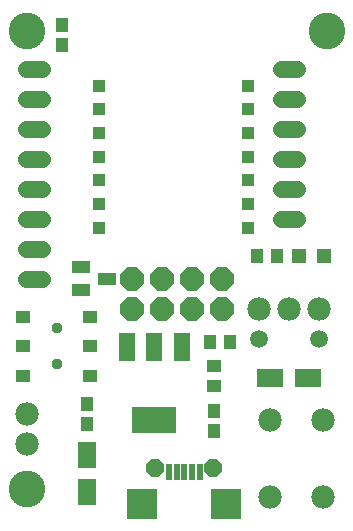
<source format=gts>
G75*
G70*
%OFA0B0*%
%FSLAX24Y24*%
%IPPOS*%
%LPD*%
%AMOC8*
5,1,8,0,0,1.08239X$1,22.5*
%
%ADD10C,0.1221*%
%ADD11OC8,0.0780*%
%ADD12C,0.0560*%
%ADD13C,0.0780*%
%ADD14R,0.0434X0.0434*%
%ADD15R,0.0197X0.0571*%
%ADD16OC8,0.0600*%
%ADD17R,0.0985X0.0985*%
%ADD18R,0.0520X0.0920*%
%ADD19R,0.1457X0.0906*%
%ADD20C,0.0591*%
%ADD21R,0.0493X0.0434*%
%ADD22C,0.0375*%
%ADD23R,0.0434X0.0473*%
%ADD24R,0.0512X0.0512*%
%ADD25R,0.0591X0.0906*%
%ADD26R,0.0906X0.0591*%
%ADD27R,0.0473X0.0434*%
%ADD28R,0.0591X0.0434*%
D10*
X001180Y001708D03*
X001180Y016958D03*
X011180Y016958D03*
D11*
X007680Y008708D03*
X007680Y007708D03*
X006680Y007708D03*
X006680Y008708D03*
X005680Y008708D03*
X005680Y007708D03*
X004680Y007708D03*
X004680Y008708D03*
D12*
X001690Y008708D02*
X001170Y008708D01*
X001170Y009708D02*
X001690Y009708D01*
X001690Y010708D02*
X001170Y010708D01*
X001170Y011708D02*
X001690Y011708D01*
X001690Y012708D02*
X001170Y012708D01*
X001170Y013708D02*
X001690Y013708D01*
X001690Y014708D02*
X001170Y014708D01*
X001170Y015708D02*
X001690Y015708D01*
X009670Y015708D02*
X010190Y015708D01*
X010190Y014708D02*
X009670Y014708D01*
X009670Y013708D02*
X010190Y013708D01*
X010190Y012708D02*
X009670Y012708D01*
X009670Y011708D02*
X010190Y011708D01*
X010190Y010708D02*
X009670Y010708D01*
D13*
X009930Y007708D03*
X008930Y007708D03*
X010930Y007708D03*
X011070Y003988D03*
X009290Y003988D03*
X009290Y001428D03*
X011070Y001428D03*
X001180Y003208D03*
X001180Y004208D03*
D14*
X003601Y010408D03*
X003601Y011196D03*
X003601Y011983D03*
X003601Y012771D03*
X003601Y013558D03*
X003601Y014345D03*
X003601Y015133D03*
X008562Y015133D03*
X008562Y014345D03*
X008562Y013558D03*
X008562Y012771D03*
X008562Y011983D03*
X008562Y011196D03*
X008562Y010408D03*
D15*
X006942Y002261D03*
X006686Y002261D03*
X006430Y002261D03*
X006174Y002261D03*
X005918Y002261D03*
D16*
X005465Y002389D03*
X007395Y002389D03*
D17*
X007830Y001208D03*
X005030Y001208D03*
D18*
X005430Y006428D03*
X004520Y006428D03*
X006340Y006428D03*
D19*
X005430Y003988D03*
D20*
X008930Y006708D03*
X010930Y006708D03*
D21*
X003292Y006458D03*
X003292Y005473D03*
X003292Y007442D03*
X001068Y007442D03*
X001068Y006458D03*
X001068Y005473D03*
D22*
X002180Y005867D03*
X002180Y007048D03*
D23*
X003180Y004542D03*
X003180Y003873D03*
X007295Y006608D03*
X007965Y006608D03*
X007430Y004292D03*
X007430Y003623D03*
X008845Y009458D03*
X009515Y009458D03*
X002360Y016483D03*
X002360Y017152D03*
D24*
X010267Y009458D03*
X011093Y009458D03*
D25*
X003180Y002838D03*
X003180Y001578D03*
D26*
X009300Y005408D03*
X010560Y005408D03*
D27*
X007430Y005123D03*
X007430Y005792D03*
D28*
X003863Y008708D03*
X002997Y009082D03*
X002997Y008334D03*
M02*

</source>
